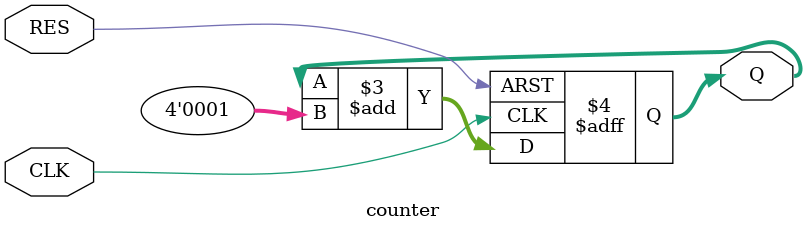
<source format=v>
module counter(CLK, RES, Q);
input CLK, RES;
output [3:0] Q;

wire CLK, RES;
reg [3:0] Q;

always @(posedge CLK or negedge RES)
  if (RES == 1'b0)
    Q = 4'd0;
//  else if (Q == 4'd9)
//    Q = 4'd0;
  else
    Q = Q + 4'd1;

endmodule

</source>
